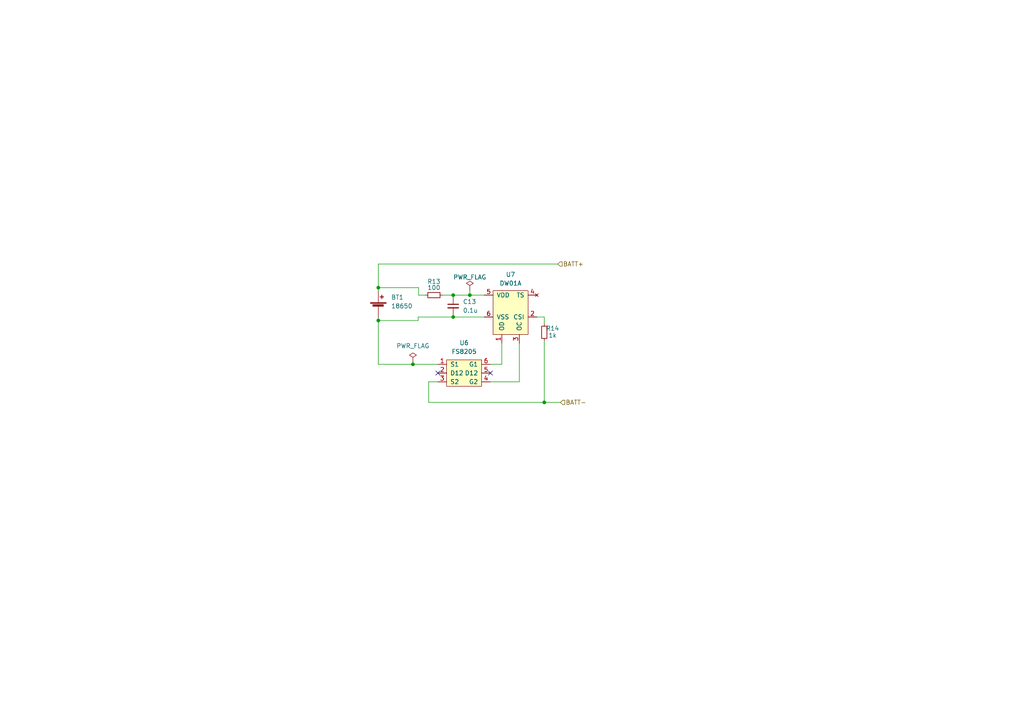
<source format=kicad_sch>
(kicad_sch (version 20211123) (generator eeschema)
  (paper "A4")
  (lib_symbols
    (symbol "Device:Battery_Cell" (pin_numbers hide) (pin_names (offset 0) hide)
      (property "Reference" "BT" (at 2.54 2.54 0))
      (property "Value" "Battery_Cell" (at 2.54 0 0))
      (symbol "Battery_Cell_0_1"
        (rectangle (start -2.286 1.778) (end 2.286 1.524) (fill (type outline)))
        (rectangle (start -1.5748 1.1938) (end 1.4732 0.6858) (fill (type outline)))
        (polyline (pts (xy 0 0.762) (xy 0 0)))
        (polyline (pts (xy 0 1.778) (xy 0 2.54)))
        (polyline (pts (xy 0.508 3.429) (xy 1.524 3.429)) (stroke (width 0.254)))
        (polyline (pts (xy 1.016 3.937) (xy 1.016 2.921)) (stroke (width 0.254)))
      )
      (symbol "Battery_Cell_1_1"
        (pin passive line (at 0 5.08 270) (length 2.54) (name "+") (number "1"))
        (pin passive line (at 0 -2.54 90) (length 2.54) (name "-") (number "2"))
      )
    )
    (symbol "Device:C_Small" (pin_numbers hide) (pin_names (offset 0.254) hide)
      (property "Reference" "C" (at 0.254 1.778 0))
      (property "Value" "C_Small" (at 0.254 -2.032 0))
      (symbol "C_Small_0_1"
        (polyline (pts (xy -1.524 -0.508) (xy 1.524 -0.508)) (stroke (width 0.3302)))
        (polyline (pts (xy -1.524 0.508) (xy 1.524 0.508)) (stroke (width 0.3048)))
      )
      (symbol "C_Small_1_1"
        (pin passive line (at 0 2.54 270) (length 2.032) (name "~") (number "1"))
        (pin passive line (at 0 -2.54 90) (length 2.032) (name "~") (number "2"))
      )
    )
    (symbol "Device:R_Small" (pin_numbers hide) (pin_names (offset 0.254) hide)
      (property "Reference" "R" (at 0.762 0.508 0))
      (property "Value" "R_Small" (at 0.762 -1.016 0))
      (symbol "R_Small_0_1"
        (rectangle (start -0.762 1.778) (end 0.762 -1.778) (stroke (width 0.2032)))
      )
      (symbol "R_Small_1_1"
        (pin passive line (at 0 2.54 270) (length 0.762) (name "~") (number "1"))
        (pin passive line (at 0 -2.54 90) (length 0.762) (name "~") (number "2"))
      )
    )
    (symbol "marbastlib-various:DW01A" (pin_names (offset 1.016))
      (property "Reference" "U" (at -5.08 7.62 0))
      (property "Value" "DW01A" (at 2.54 7.62 0))
      (symbol "DW01A_0_1"
        (rectangle (start -5.08 6.35) (end 5.08 -6.35) (fill (type background)))
      )
      (symbol "DW01A_1_1"
        (pin output line (at -2.54 -8.89 90) (length 2.54) (name "OD") (number "1"))
        (pin input line (at 7.62 -1.27 180) (length 2.54) (name "CSI") (number "2"))
        (pin output line (at 2.54 -8.89 90) (length 2.54) (name "OC") (number "3"))
        (pin no_connect line (at 7.62 5.08 180) (length 2.54) (name "TS") (number "4"))
        (pin power_in line (at -7.62 5.08 0) (length 2.54) (name "VDD") (number "5"))
        (pin power_in line (at -7.62 -1.27 0) (length 2.54) (name "VSS") (number "6"))
      )
    )
    (symbol "marbastlib-various:FS8205" (pin_names (offset 1.016))
      (property "Reference" "U" (at -3.81 5.08 0))
      (property "Value" "FS8205" (at -1.27 -5.08 0))
      (symbol "FS8205_0_1"
        (rectangle (start -5.08 3.81) (end 5.08 -3.81) (fill (type background)))
      )
      (symbol "FS8205_1_1"
        (pin power_in line (at -7.62 2.54 0) (length 2.54) (name "S1") (number "1"))
        (pin power_in line (at -7.62 0 0) (length 2.54) (name "D12") (number "2"))
        (pin power_in line (at -7.62 -2.54 0) (length 2.54) (name "S2") (number "3"))
        (pin input line (at 7.62 -2.54 180) (length 2.54) (name "G2") (number "4"))
        (pin power_in line (at 7.62 0 180) (length 2.54) (name "D12") (number "5"))
        (pin input line (at 7.62 2.54 180) (length 2.54) (name "G1") (number "6"))
      )
    )
    (symbol "power:PWR_FLAG" (power) (pin_numbers hide) (pin_names (offset 0) hide)
      (property "Value" "PWR_FLAG" (at 0 3.81 0))
      (symbol "PWR_FLAG_0_0"
        (pin power_out line (at 0 0 90) (length 0) (name "pwr") (number "1"))
      )
      (symbol "PWR_FLAG_0_1"
        (polyline (pts (xy 0 0) (xy 0 1.27) (xy -1.016 1.905) (xy 0 2.54) (xy 1.016 1.905) (xy 0 1.27)))
      )
    )
  )
  (junction (at 131.445 91.948))
  (junction (at 119.761 105.664))
  (junction (at 109.728 83.439))
  (junction (at 131.445 85.598))
  (junction (at 157.861 116.713))
  (junction (at 136.271 85.598))
  (junction (at 109.728 92.964))
  (no_connect (at 142.24 108.204))
  (no_connect (at 127 108.204))
  (wire (pts (xy 131.445 85.598) (xy 136.271 85.598)))
  (wire (pts (xy 119.761 104.902) (xy 119.761 105.664)))
  (wire (pts (xy 131.445 91.313) (xy 131.445 91.948)))
  (wire (pts (xy 136.271 84.074) (xy 136.271 85.598)))
  (wire (pts (xy 109.728 76.581) (xy 161.798 76.581)))
  (wire (pts (xy 121.285 92.964) (xy 109.728 92.964)))
  (wire (pts (xy 109.728 92.964) (xy 109.728 105.664)))
  (wire (pts (xy 136.271 85.598) (xy 140.462 85.598)))
  (wire (pts (xy 131.445 91.948) (xy 121.285 91.948)))
  (wire (pts (xy 150.622 99.568) (xy 150.622 110.744)))
  (wire (pts (xy 124.333 110.744) (xy 124.333 116.713)))
  (wire (pts (xy 140.462 91.948) (xy 131.445 91.948)))
  (wire (pts (xy 121.412 85.598) (xy 123.317 85.598)))
  (wire (pts (xy 157.861 98.933) (xy 157.861 116.713)))
  (wire (pts (xy 162.56 116.713) (xy 157.861 116.713)))
  (wire (pts (xy 157.861 116.713) (xy 124.333 116.713)))
  (wire (pts (xy 121.412 83.439) (xy 121.412 85.598)))
  (wire (pts (xy 150.622 110.744) (xy 142.24 110.744)))
  (wire (pts (xy 145.542 105.664) (xy 142.24 105.664)))
  (wire (pts (xy 109.728 92.964) (xy 109.728 92.075)))
  (wire (pts (xy 109.728 105.664) (xy 119.761 105.664)))
  (wire (pts (xy 145.542 99.568) (xy 145.542 105.664)))
  (wire (pts (xy 109.728 83.439) (xy 109.728 76.581)))
  (wire (pts (xy 121.412 83.439) (xy 109.728 83.439)))
  (wire (pts (xy 131.445 85.598) (xy 131.445 86.233)))
  (wire (pts (xy 109.728 83.439) (xy 109.728 84.455)))
  (wire (pts (xy 155.702 91.948) (xy 157.861 91.948)))
  (wire (pts (xy 121.285 91.948) (xy 121.285 92.964)))
  (wire (pts (xy 128.397 85.598) (xy 131.445 85.598)))
  (wire (pts (xy 119.761 105.664) (xy 127 105.664)))
  (wire (pts (xy 127 110.744) (xy 124.333 110.744)))
  (wire (pts (xy 157.861 91.948) (xy 157.861 93.853)))
  (hierarchical_label "BATT-" (shape input) (at 162.56 116.713 0))
  (hierarchical_label "BATT+" (shape input) (at 161.798 76.581 0))
  (symbol (lib_id "Device:R_Small") (at 157.861 96.393 0) (unit 1)
    (property "Reference" "R14" (at 160.274 95.25 0))
    (property "Value" "1k" (at 160.274 97.282 0))
    (property "Footprint" "Resistor_SMD:R_0805_2012Metric_Pad1.20x1.40mm_HandSolder" (effects hide))
  )
  (symbol (lib_id "power:PWR_FLAG") (at 136.271 84.074 0) (unit 1)
    (property "Reference" "#FLG05" (effects hide))
    (property "Value" "PWR_FLAG" (at 136.271 80.391 0))
  )
  (symbol (lib_id "marbastlib-various:FS8205") (at 134.62 108.204 0) (unit 1)
    (property "Reference" "U6" (at 134.62 99.441 0))
    (property "Value" "FS8205" (at 134.62 101.981 0))
    (property "Footprint" "Package_TO_SOT_SMD:SOT-23-6" (effects hide))
    (property "Datasheet" "https://datasheet.lcsc.com/szlcsc/Fortune-Semicon-FS8205_C32254.pdf" (effects hide))
    (property "LCSC" "C32254" (effects hide))
  )
  (symbol (lib_id "Device:C_Small") (at 131.445 88.773 0) (unit 1)
    (property "Reference" "C13" (at 134.239 87.5092 0) (effects (justify left)))
    (property "Value" "0.1u" (at 134.239 90.0492 0) (effects (justify left)))
    (property "Footprint" "Capacitor_SMD:C_0805_2012Metric_Pad1.18x1.45mm_HandSolder" (effects hide))
  )
  (symbol (lib_id "Device:Battery_Cell") (at 109.728 89.535 0) (unit 1)
    (property "Reference" "BT1" (at 113.411 86.2329 0) (effects (justify left)))
    (property "Value" "18650" (at 113.411 88.7729 0) (effects (justify left)))
    (property "Footprint" "Battery:BatteryHolder_Keystone_1042_1x18650" (effects hide))
  )
  (symbol (lib_id "Device:R_Small") (at 125.857 85.598 90) (unit 1)
    (property "Reference" "R13" (at 125.857 81.661 90))
    (property "Value" "100" (at 125.857 83.439 90))
    (property "Footprint" "Resistor_SMD:R_0805_2012Metric_Pad1.20x1.40mm_HandSolder" (effects hide))
  )
  (symbol (lib_id "marbastlib-various:DW01A") (at 148.082 90.678 0) (unit 1)
    (property "Reference" "U7" (at 148.082 79.629 0))
    (property "Value" "DW01A" (at 148.082 82.169 0))
    (property "Footprint" "Package_TO_SOT_SMD:SOT-23-6" (effects hide))
    (property "Datasheet" "https://datasheet.lcsc.com/szlcsc/Fortune-Semicon-DW01A-G_C61503.pdf" (effects hide))
    (property "LCSC" "C61503" (effects hide))
  )
  (symbol (lib_id "power:PWR_FLAG") (at 119.761 104.902 0) (unit 1)
    (property "Reference" "#FLG04" (effects hide))
    (property "Value" "PWR_FLAG" (at 119.761 100.33 0))
  )
)
</source>
